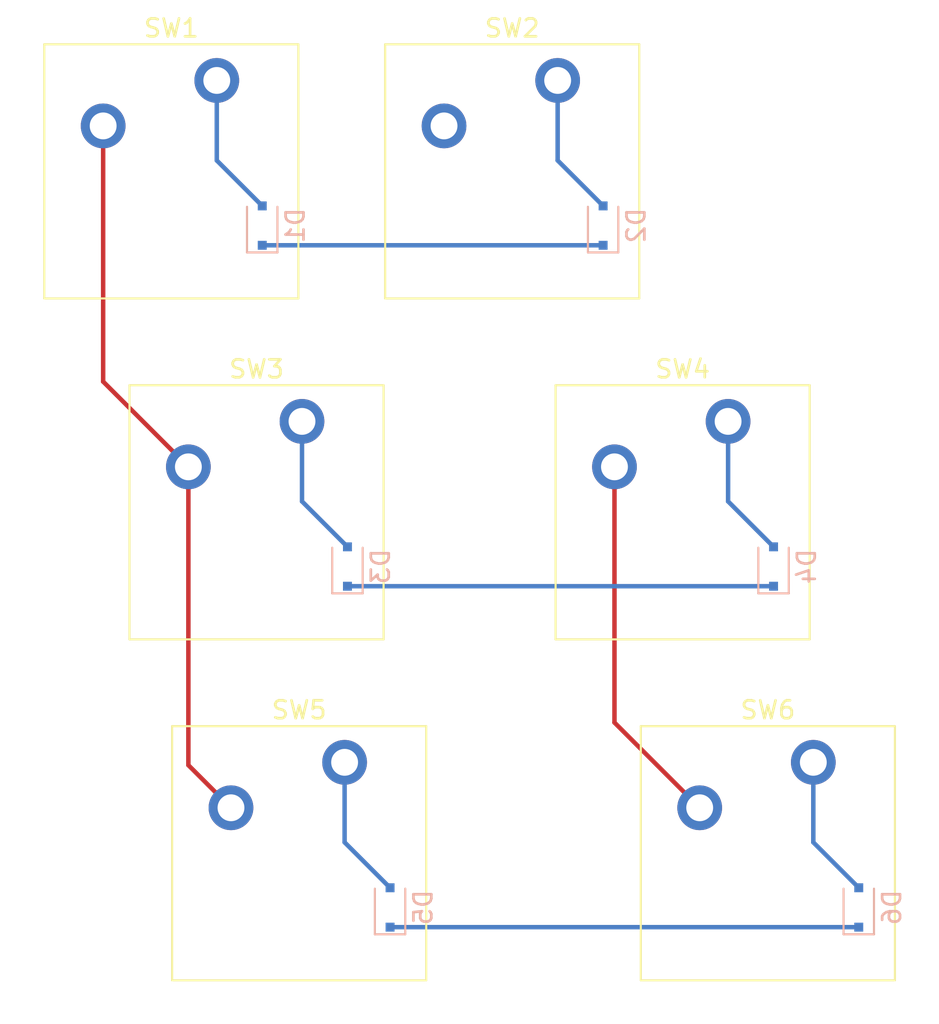
<source format=kicad_pcb>
(kicad_pcb (version 20171130) (host pcbnew 5.1.9)

  (general
    (thickness 1.6)
    (drawings 0)
    (tracks 21)
    (zones 0)
    (modules 12)
    (nets 13)
  )

  (page A4)
  (layers
    (0 F.Cu signal)
    (31 B.Cu signal)
    (32 B.Adhes user)
    (33 F.Adhes user)
    (34 B.Paste user)
    (35 F.Paste user)
    (36 B.SilkS user)
    (37 F.SilkS user)
    (38 B.Mask user)
    (39 F.Mask user)
    (40 Dwgs.User user)
    (41 Cmts.User user)
    (42 Eco1.User user)
    (43 Eco2.User user)
    (44 Edge.Cuts user)
    (45 Margin user)
    (46 B.CrtYd user)
    (47 F.CrtYd user)
    (48 B.Fab user)
    (49 F.Fab user)
  )

  (setup
    (last_trace_width 0.25)
    (trace_clearance 0.2)
    (zone_clearance 0.508)
    (zone_45_only no)
    (trace_min 0.2)
    (via_size 0.8)
    (via_drill 0.4)
    (via_min_size 0.4)
    (via_min_drill 0.3)
    (uvia_size 0.3)
    (uvia_drill 0.1)
    (uvias_allowed no)
    (uvia_min_size 0.2)
    (uvia_min_drill 0.1)
    (edge_width 0.05)
    (segment_width 0.2)
    (pcb_text_width 0.3)
    (pcb_text_size 1.5 1.5)
    (mod_edge_width 0.12)
    (mod_text_size 1 1)
    (mod_text_width 0.15)
    (pad_size 1.524 1.524)
    (pad_drill 0.762)
    (pad_to_mask_clearance 0)
    (aux_axis_origin 0 0)
    (visible_elements FFFFFF7F)
    (pcbplotparams
      (layerselection 0x010fc_ffffffff)
      (usegerberextensions false)
      (usegerberattributes true)
      (usegerberadvancedattributes true)
      (creategerberjobfile true)
      (excludeedgelayer true)
      (linewidth 0.150000)
      (plotframeref false)
      (viasonmask false)
      (mode 1)
      (useauxorigin false)
      (hpglpennumber 1)
      (hpglpenspeed 20)
      (hpglpendiameter 15.000000)
      (psnegative false)
      (psa4output false)
      (plotreference true)
      (plotvalue true)
      (plotinvisibletext false)
      (padsonsilk false)
      (subtractmaskfromsilk false)
      (outputformat 1)
      (mirror false)
      (drillshape 1)
      (scaleselection 1)
      (outputdirectory ""))
  )

  (net 0 "")
  (net 1 COL0)
  (net 2 COL1)
  (net 3 COL2)
  (net 4 N$1)
  (net 5 N$2)
  (net 6 N$3)
  (net 7 N$4)
  (net 8 N$5)
  (net 9 N$6)
  (net 10 ROW0)
  (net 11 ROW1)
  (net 12 ROW2)

  (net_class Default "This is the default net class."
    (clearance 0.2)
    (trace_width 0.25)
    (via_dia 0.8)
    (via_drill 0.4)
    (uvia_dia 0.3)
    (uvia_drill 0.1)
    (add_net COL0)
    (add_net COL1)
    (add_net COL2)
    (add_net N$1)
    (add_net N$2)
    (add_net N$3)
    (add_net N$4)
    (add_net N$5)
    (add_net N$6)
    (add_net ROW0)
    (add_net ROW1)
    (add_net ROW2)
  )

  (module SW_Cherry_MX_PCB_1.00u (layer F.Cu) (tedit 602D5B6F) (tstamp 60511886)
    (at 67.8625 72.625)
    (descr "Cherry MX keyswitch, https://www.cherrymx.de/en/dev.html")
    (tags "Cherry MX Keyboard Keyswitch Switch PCB 1.00u")
    (path /top/2979450904512274764)
    (fp_text reference SW6 (at 0 -8) (layer F.SilkS)
      (effects (font (size 1 1) (thickness 0.15)))
    )
    (fp_text value SW_Push (at 0 8) (layer F.Fab)
      (effects (font (size 1 1) (thickness 0.15)))
    )
    (fp_line (start 9.525 -9.525) (end -9.525 -9.525) (layer Dwgs.User) (width 0.1))
    (fp_line (start 9.525 9.525) (end 9.525 -9.525) (layer Dwgs.User) (width 0.1))
    (fp_line (start -9.525 9.525) (end 9.525 9.525) (layer Dwgs.User) (width 0.1))
    (fp_line (start -9.525 -9.525) (end -9.525 9.525) (layer Dwgs.User) (width 0.1))
    (fp_line (start 7.25 -7.25) (end -7.25 -7.25) (layer F.CrtYd) (width 0.05))
    (fp_line (start 7.25 7.25) (end 7.25 -7.25) (layer F.CrtYd) (width 0.05))
    (fp_line (start -7.25 7.25) (end 7.25 7.25) (layer F.CrtYd) (width 0.05))
    (fp_line (start -7.25 -7.25) (end -7.25 7.25) (layer F.CrtYd) (width 0.05))
    (fp_line (start 7.1 -7.1) (end -7.1 -7.1) (layer F.SilkS) (width 0.12))
    (fp_line (start 7.1 7.1) (end 7.1 -7.1) (layer F.SilkS) (width 0.12))
    (fp_line (start -7.1 7.1) (end 7.1 7.1) (layer F.SilkS) (width 0.12))
    (fp_line (start -7.1 -7.1) (end -7.1 7.1) (layer F.SilkS) (width 0.12))
    (fp_line (start 7 -7) (end -7 -7) (layer F.Fab) (width 0.1))
    (fp_line (start 7 7) (end 7 -7) (layer F.Fab) (width 0.1))
    (fp_line (start -7 7) (end 7 7) (layer F.Fab) (width 0.1))
    (fp_line (start -7 -7) (end -7 7) (layer F.Fab) (width 0.1))
    (fp_text user %R (at 0 0) (layer F.Fab)
      (effects (font (size 1 1) (thickness 0.15)))
    )
    (pad "" np_thru_hole circle (at 5.08 0) (size 1.75 1.75) (drill 1.75) (layers *.Cu *.Mask))
    (pad "" np_thru_hole circle (at -5.08 0) (size 1.75 1.75) (drill 1.75) (layers *.Cu *.Mask))
    (pad "" np_thru_hole circle (at 0 0) (size 4 4) (drill 4) (layers *.Cu *.Mask))
    (pad 2 thru_hole circle (at 2.54 -5.08) (size 2.5 2.5) (drill 1.5) (layers *.Cu B.Mask)
      (net 9 N$6))
    (pad 1 thru_hole circle (at -3.81 -2.54) (size 2.5 2.5) (drill 1.5) (layers *.Cu B.Mask)
      (net 3 COL2))
    (model ${KEYSWITCH_LIB_3D}/Switch_Keyboard_Cherry_MX.3dshapes/SW_Cherry_MX_PCB.wrl
      (at (xyz 0 0 0))
      (scale (xyz 1 1 1))
      (rotate (xyz 0 0 0))
    )
  )

  (module SW_Cherry_MX_PCB_1.75u (layer F.Cu) (tedit 602D5B6F) (tstamp 605117F5)
    (at 41.66875 72.625)
    (descr "Cherry MX keyswitch, https://www.cherrymx.de/en/dev.html")
    (tags "Cherry MX Keyboard Keyswitch Switch PCB 1.75u")
    (path /top/14529067913340954944)
    (fp_text reference SW5 (at 0 -8) (layer F.SilkS)
      (effects (font (size 1 1) (thickness 0.15)))
    )
    (fp_text value SW_Push (at 0 8) (layer F.Fab)
      (effects (font (size 1 1) (thickness 0.15)))
    )
    (fp_line (start 16.66875 -9.525) (end -16.66875 -9.525) (layer Dwgs.User) (width 0.1))
    (fp_line (start 16.66875 9.525) (end 16.66875 -9.525) (layer Dwgs.User) (width 0.1))
    (fp_line (start -16.66875 9.525) (end 16.66875 9.525) (layer Dwgs.User) (width 0.1))
    (fp_line (start -16.66875 -9.525) (end -16.66875 9.525) (layer Dwgs.User) (width 0.1))
    (fp_line (start 7.25 -7.25) (end -7.25 -7.25) (layer F.CrtYd) (width 0.05))
    (fp_line (start 7.25 7.25) (end 7.25 -7.25) (layer F.CrtYd) (width 0.05))
    (fp_line (start -7.25 7.25) (end 7.25 7.25) (layer F.CrtYd) (width 0.05))
    (fp_line (start -7.25 -7.25) (end -7.25 7.25) (layer F.CrtYd) (width 0.05))
    (fp_line (start 7.1 -7.1) (end -7.1 -7.1) (layer F.SilkS) (width 0.12))
    (fp_line (start 7.1 7.1) (end 7.1 -7.1) (layer F.SilkS) (width 0.12))
    (fp_line (start -7.1 7.1) (end 7.1 7.1) (layer F.SilkS) (width 0.12))
    (fp_line (start -7.1 -7.1) (end -7.1 7.1) (layer F.SilkS) (width 0.12))
    (fp_line (start 7 -7) (end -7 -7) (layer F.Fab) (width 0.1))
    (fp_line (start 7 7) (end 7 -7) (layer F.Fab) (width 0.1))
    (fp_line (start -7 7) (end 7 7) (layer F.Fab) (width 0.1))
    (fp_line (start -7 -7) (end -7 7) (layer F.Fab) (width 0.1))
    (fp_text user %R (at 0 0) (layer F.Fab)
      (effects (font (size 1 1) (thickness 0.15)))
    )
    (pad "" np_thru_hole circle (at 5.08 0) (size 1.75 1.75) (drill 1.75) (layers *.Cu *.Mask))
    (pad "" np_thru_hole circle (at -5.08 0) (size 1.75 1.75) (drill 1.75) (layers *.Cu *.Mask))
    (pad "" np_thru_hole circle (at 0 0) (size 4 4) (drill 4) (layers *.Cu *.Mask))
    (pad 2 thru_hole circle (at 2.54 -5.08) (size 2.5 2.5) (drill 1.5) (layers *.Cu B.Mask)
      (net 8 N$5))
    (pad 1 thru_hole circle (at -3.81 -2.54) (size 2.5 2.5) (drill 1.5) (layers *.Cu B.Mask)
      (net 1 COL0))
    (model ${KEYSWITCH_LIB_3D}/Switch_Keyboard_Cherry_MX.3dshapes/SW_Cherry_MX_PCB.wrl
      (at (xyz 0 0 0))
      (scale (xyz 1 1 1))
      (rotate (xyz 0 0 0))
    )
  )

  (module SW_Cherry_MX_PCB_1.00u (layer F.Cu) (tedit 602D5B6F) (tstamp 60511764)
    (at 63.1 53.575)
    (descr "Cherry MX keyswitch, https://www.cherrymx.de/en/dev.html")
    (tags "Cherry MX Keyboard Keyswitch Switch PCB 1.00u")
    (path /top/231921582329979197)
    (fp_text reference SW4 (at 0 -8) (layer F.SilkS)
      (effects (font (size 1 1) (thickness 0.15)))
    )
    (fp_text value SW_Push (at 0 8) (layer F.Fab)
      (effects (font (size 1 1) (thickness 0.15)))
    )
    (fp_line (start 9.525 -9.525) (end -9.525 -9.525) (layer Dwgs.User) (width 0.1))
    (fp_line (start 9.525 9.525) (end 9.525 -9.525) (layer Dwgs.User) (width 0.1))
    (fp_line (start -9.525 9.525) (end 9.525 9.525) (layer Dwgs.User) (width 0.1))
    (fp_line (start -9.525 -9.525) (end -9.525 9.525) (layer Dwgs.User) (width 0.1))
    (fp_line (start 7.25 -7.25) (end -7.25 -7.25) (layer F.CrtYd) (width 0.05))
    (fp_line (start 7.25 7.25) (end 7.25 -7.25) (layer F.CrtYd) (width 0.05))
    (fp_line (start -7.25 7.25) (end 7.25 7.25) (layer F.CrtYd) (width 0.05))
    (fp_line (start -7.25 -7.25) (end -7.25 7.25) (layer F.CrtYd) (width 0.05))
    (fp_line (start 7.1 -7.1) (end -7.1 -7.1) (layer F.SilkS) (width 0.12))
    (fp_line (start 7.1 7.1) (end 7.1 -7.1) (layer F.SilkS) (width 0.12))
    (fp_line (start -7.1 7.1) (end 7.1 7.1) (layer F.SilkS) (width 0.12))
    (fp_line (start -7.1 -7.1) (end -7.1 7.1) (layer F.SilkS) (width 0.12))
    (fp_line (start 7 -7) (end -7 -7) (layer F.Fab) (width 0.1))
    (fp_line (start 7 7) (end 7 -7) (layer F.Fab) (width 0.1))
    (fp_line (start -7 7) (end 7 7) (layer F.Fab) (width 0.1))
    (fp_line (start -7 -7) (end -7 7) (layer F.Fab) (width 0.1))
    (fp_text user %R (at 0 0) (layer F.Fab)
      (effects (font (size 1 1) (thickness 0.15)))
    )
    (pad "" np_thru_hole circle (at 5.08 0) (size 1.75 1.75) (drill 1.75) (layers *.Cu *.Mask))
    (pad "" np_thru_hole circle (at -5.08 0) (size 1.75 1.75) (drill 1.75) (layers *.Cu *.Mask))
    (pad "" np_thru_hole circle (at 0 0) (size 4 4) (drill 4) (layers *.Cu *.Mask))
    (pad 2 thru_hole circle (at 2.54 -5.08) (size 2.5 2.5) (drill 1.5) (layers *.Cu B.Mask)
      (net 7 N$4))
    (pad 1 thru_hole circle (at -3.81 -2.54) (size 2.5 2.5) (drill 1.5) (layers *.Cu B.Mask)
      (net 3 COL2))
    (model ${KEYSWITCH_LIB_3D}/Switch_Keyboard_Cherry_MX.3dshapes/SW_Cherry_MX_PCB.wrl
      (at (xyz 0 0 0))
      (scale (xyz 1 1 1))
      (rotate (xyz 0 0 0))
    )
  )

  (module SW_Cherry_MX_PCB_1.50u (layer F.Cu) (tedit 602D5B6F) (tstamp 605116D3)
    (at 39.2875 53.575)
    (descr "Cherry MX keyswitch, https://www.cherrymx.de/en/dev.html")
    (tags "Cherry MX Keyboard Keyswitch Switch PCB 1.50u")
    (path /top/3204838286065239707)
    (fp_text reference SW3 (at 0 -8) (layer F.SilkS)
      (effects (font (size 1 1) (thickness 0.15)))
    )
    (fp_text value SW_Push (at 0 8) (layer F.Fab)
      (effects (font (size 1 1) (thickness 0.15)))
    )
    (fp_line (start 14.2875 -9.525) (end -14.2875 -9.525) (layer Dwgs.User) (width 0.1))
    (fp_line (start 14.2875 9.525) (end 14.2875 -9.525) (layer Dwgs.User) (width 0.1))
    (fp_line (start -14.2875 9.525) (end 14.2875 9.525) (layer Dwgs.User) (width 0.1))
    (fp_line (start -14.2875 -9.525) (end -14.2875 9.525) (layer Dwgs.User) (width 0.1))
    (fp_line (start 7.25 -7.25) (end -7.25 -7.25) (layer F.CrtYd) (width 0.05))
    (fp_line (start 7.25 7.25) (end 7.25 -7.25) (layer F.CrtYd) (width 0.05))
    (fp_line (start -7.25 7.25) (end 7.25 7.25) (layer F.CrtYd) (width 0.05))
    (fp_line (start -7.25 -7.25) (end -7.25 7.25) (layer F.CrtYd) (width 0.05))
    (fp_line (start 7.1 -7.1) (end -7.1 -7.1) (layer F.SilkS) (width 0.12))
    (fp_line (start 7.1 7.1) (end 7.1 -7.1) (layer F.SilkS) (width 0.12))
    (fp_line (start -7.1 7.1) (end 7.1 7.1) (layer F.SilkS) (width 0.12))
    (fp_line (start -7.1 -7.1) (end -7.1 7.1) (layer F.SilkS) (width 0.12))
    (fp_line (start 7 -7) (end -7 -7) (layer F.Fab) (width 0.1))
    (fp_line (start 7 7) (end 7 -7) (layer F.Fab) (width 0.1))
    (fp_line (start -7 7) (end 7 7) (layer F.Fab) (width 0.1))
    (fp_line (start -7 -7) (end -7 7) (layer F.Fab) (width 0.1))
    (fp_text user %R (at 0 0) (layer F.Fab)
      (effects (font (size 1 1) (thickness 0.15)))
    )
    (pad "" np_thru_hole circle (at 5.08 0) (size 1.75 1.75) (drill 1.75) (layers *.Cu *.Mask))
    (pad "" np_thru_hole circle (at -5.08 0) (size 1.75 1.75) (drill 1.75) (layers *.Cu *.Mask))
    (pad "" np_thru_hole circle (at 0 0) (size 4 4) (drill 4) (layers *.Cu *.Mask))
    (pad 2 thru_hole circle (at 2.54 -5.08) (size 2.5 2.5) (drill 1.5) (layers *.Cu B.Mask)
      (net 6 N$3))
    (pad 1 thru_hole circle (at -3.81 -2.54) (size 2.5 2.5) (drill 1.5) (layers *.Cu B.Mask)
      (net 1 COL0))
    (model ${KEYSWITCH_LIB_3D}/Switch_Keyboard_Cherry_MX.3dshapes/SW_Cherry_MX_PCB.wrl
      (at (xyz 0 0 0))
      (scale (xyz 1 1 1))
      (rotate (xyz 0 0 0))
    )
  )

  (module SW_Cherry_MX_PCB_1.00u (layer F.Cu) (tedit 602D5B6F) (tstamp 60511642)
    (at 53.575 34.525)
    (descr "Cherry MX keyswitch, https://www.cherrymx.de/en/dev.html")
    (tags "Cherry MX Keyboard Keyswitch Switch PCB 1.00u")
    (path /top/3332787329861879103)
    (fp_text reference SW2 (at 0 -8) (layer F.SilkS)
      (effects (font (size 1 1) (thickness 0.15)))
    )
    (fp_text value SW_Push (at 0 8) (layer F.Fab)
      (effects (font (size 1 1) (thickness 0.15)))
    )
    (fp_line (start 9.525 -9.525) (end -9.525 -9.525) (layer Dwgs.User) (width 0.1))
    (fp_line (start 9.525 9.525) (end 9.525 -9.525) (layer Dwgs.User) (width 0.1))
    (fp_line (start -9.525 9.525) (end 9.525 9.525) (layer Dwgs.User) (width 0.1))
    (fp_line (start -9.525 -9.525) (end -9.525 9.525) (layer Dwgs.User) (width 0.1))
    (fp_line (start 7.25 -7.25) (end -7.25 -7.25) (layer F.CrtYd) (width 0.05))
    (fp_line (start 7.25 7.25) (end 7.25 -7.25) (layer F.CrtYd) (width 0.05))
    (fp_line (start -7.25 7.25) (end 7.25 7.25) (layer F.CrtYd) (width 0.05))
    (fp_line (start -7.25 -7.25) (end -7.25 7.25) (layer F.CrtYd) (width 0.05))
    (fp_line (start 7.1 -7.1) (end -7.1 -7.1) (layer F.SilkS) (width 0.12))
    (fp_line (start 7.1 7.1) (end 7.1 -7.1) (layer F.SilkS) (width 0.12))
    (fp_line (start -7.1 7.1) (end 7.1 7.1) (layer F.SilkS) (width 0.12))
    (fp_line (start -7.1 -7.1) (end -7.1 7.1) (layer F.SilkS) (width 0.12))
    (fp_line (start 7 -7) (end -7 -7) (layer F.Fab) (width 0.1))
    (fp_line (start 7 7) (end 7 -7) (layer F.Fab) (width 0.1))
    (fp_line (start -7 7) (end 7 7) (layer F.Fab) (width 0.1))
    (fp_line (start -7 -7) (end -7 7) (layer F.Fab) (width 0.1))
    (fp_text user %R (at 0 0) (layer F.Fab)
      (effects (font (size 1 1) (thickness 0.15)))
    )
    (pad "" np_thru_hole circle (at 5.08 0) (size 1.75 1.75) (drill 1.75) (layers *.Cu *.Mask))
    (pad "" np_thru_hole circle (at -5.08 0) (size 1.75 1.75) (drill 1.75) (layers *.Cu *.Mask))
    (pad "" np_thru_hole circle (at 0 0) (size 4 4) (drill 4) (layers *.Cu *.Mask))
    (pad 2 thru_hole circle (at 2.54 -5.08) (size 2.5 2.5) (drill 1.5) (layers *.Cu B.Mask)
      (net 5 N$2))
    (pad 1 thru_hole circle (at -3.81 -2.54) (size 2.5 2.5) (drill 1.5) (layers *.Cu B.Mask)
      (net 2 COL1))
    (model ${KEYSWITCH_LIB_3D}/Switch_Keyboard_Cherry_MX.3dshapes/SW_Cherry_MX_PCB.wrl
      (at (xyz 0 0 0))
      (scale (xyz 1 1 1))
      (rotate (xyz 0 0 0))
    )
  )

  (module SW_Cherry_MX_PCB_1.00u (layer F.Cu) (tedit 602D5B6F) (tstamp 605115B1)
    (at 34.525 34.525)
    (descr "Cherry MX keyswitch, https://www.cherrymx.de/en/dev.html")
    (tags "Cherry MX Keyboard Keyswitch Switch PCB 1.00u")
    (path /top/15397625211985464950)
    (fp_text reference SW1 (at 0 -8) (layer F.SilkS)
      (effects (font (size 1 1) (thickness 0.15)))
    )
    (fp_text value SW_Push (at 0 8) (layer F.Fab)
      (effects (font (size 1 1) (thickness 0.15)))
    )
    (fp_line (start 9.525 -9.525) (end -9.525 -9.525) (layer Dwgs.User) (width 0.1))
    (fp_line (start 9.525 9.525) (end 9.525 -9.525) (layer Dwgs.User) (width 0.1))
    (fp_line (start -9.525 9.525) (end 9.525 9.525) (layer Dwgs.User) (width 0.1))
    (fp_line (start -9.525 -9.525) (end -9.525 9.525) (layer Dwgs.User) (width 0.1))
    (fp_line (start 7.25 -7.25) (end -7.25 -7.25) (layer F.CrtYd) (width 0.05))
    (fp_line (start 7.25 7.25) (end 7.25 -7.25) (layer F.CrtYd) (width 0.05))
    (fp_line (start -7.25 7.25) (end 7.25 7.25) (layer F.CrtYd) (width 0.05))
    (fp_line (start -7.25 -7.25) (end -7.25 7.25) (layer F.CrtYd) (width 0.05))
    (fp_line (start 7.1 -7.1) (end -7.1 -7.1) (layer F.SilkS) (width 0.12))
    (fp_line (start 7.1 7.1) (end 7.1 -7.1) (layer F.SilkS) (width 0.12))
    (fp_line (start -7.1 7.1) (end 7.1 7.1) (layer F.SilkS) (width 0.12))
    (fp_line (start -7.1 -7.1) (end -7.1 7.1) (layer F.SilkS) (width 0.12))
    (fp_line (start 7 -7) (end -7 -7) (layer F.Fab) (width 0.1))
    (fp_line (start 7 7) (end 7 -7) (layer F.Fab) (width 0.1))
    (fp_line (start -7 7) (end 7 7) (layer F.Fab) (width 0.1))
    (fp_line (start -7 -7) (end -7 7) (layer F.Fab) (width 0.1))
    (fp_text user %R (at 0 0) (layer F.Fab)
      (effects (font (size 1 1) (thickness 0.15)))
    )
    (pad "" np_thru_hole circle (at 5.08 0) (size 1.75 1.75) (drill 1.75) (layers *.Cu *.Mask))
    (pad "" np_thru_hole circle (at -5.08 0) (size 1.75 1.75) (drill 1.75) (layers *.Cu *.Mask))
    (pad "" np_thru_hole circle (at 0 0) (size 4 4) (drill 4) (layers *.Cu *.Mask))
    (pad 2 thru_hole circle (at 2.54 -5.08) (size 2.5 2.5) (drill 1.5) (layers *.Cu B.Mask)
      (net 4 N$1))
    (pad 1 thru_hole circle (at -3.81 -2.54) (size 2.5 2.5) (drill 1.5) (layers *.Cu B.Mask)
      (net 1 COL0))
    (model ${KEYSWITCH_LIB_3D}/Switch_Keyboard_Cherry_MX.3dshapes/SW_Cherry_MX_PCB.wrl
      (at (xyz 0 0 0))
      (scale (xyz 1 1 1))
      (rotate (xyz 0 0 0))
    )
  )

  (module D_SOD-323F (layer B.Cu) (tedit 590A48EB) (tstamp 60511522)
    (at 72.9425 75.655 90)
    (descr "SOD-323F http://www.nxp.com/documents/outline_drawing/SOD323F.pdf")
    (tags SOD-323F)
    (path /top/17829682725022553806)
    (attr smd)
    (fp_text reference D6 (at 0 1.85 90) (layer B.SilkS)
      (effects (font (size 1 1) (thickness 0.15)) (justify mirror))
    )
    (fp_text value D (at 0.1 -1.9 90) (layer B.Fab)
      (effects (font (size 1 1) (thickness 0.15)) (justify mirror))
    )
    (fp_line (start -1.5 0.85) (end 1.05 0.85) (layer B.SilkS) (width 0.12))
    (fp_line (start -1.5 -0.85) (end 1.05 -0.85) (layer B.SilkS) (width 0.12))
    (fp_line (start -1.6 0.95) (end -1.6 -0.95) (layer B.CrtYd) (width 0.05))
    (fp_line (start -1.6 -0.95) (end 1.6 -0.95) (layer B.CrtYd) (width 0.05))
    (fp_line (start 1.6 0.95) (end 1.6 -0.95) (layer B.CrtYd) (width 0.05))
    (fp_line (start -1.6 0.95) (end 1.6 0.95) (layer B.CrtYd) (width 0.05))
    (fp_line (start -0.9 0.7) (end 0.9 0.7) (layer B.Fab) (width 0.1))
    (fp_line (start 0.9 0.7) (end 0.9 -0.7) (layer B.Fab) (width 0.1))
    (fp_line (start 0.9 -0.7) (end -0.9 -0.7) (layer B.Fab) (width 0.1))
    (fp_line (start -0.9 -0.7) (end -0.9 0.7) (layer B.Fab) (width 0.1))
    (fp_line (start -0.3 0.35) (end -0.3 -0.35) (layer B.Fab) (width 0.1))
    (fp_line (start -0.3 0) (end -0.5 0) (layer B.Fab) (width 0.1))
    (fp_line (start -0.3 0) (end 0.2 0.35) (layer B.Fab) (width 0.1))
    (fp_line (start 0.2 0.35) (end 0.2 -0.35) (layer B.Fab) (width 0.1))
    (fp_line (start 0.2 -0.35) (end -0.3 0) (layer B.Fab) (width 0.1))
    (fp_line (start 0.2 0) (end 0.45 0) (layer B.Fab) (width 0.1))
    (fp_line (start -1.5 0.85) (end -1.5 -0.85) (layer B.SilkS) (width 0.12))
    (fp_text user %R (at 0 1.85 90) (layer B.Fab)
      (effects (font (size 1 1) (thickness 0.15)) (justify mirror))
    )
    (pad 2 smd rect (at 1.1 0 90) (size 0.5 0.5) (layers B.Cu B.Paste B.Mask)
      (net 9 N$6))
    (pad 1 smd rect (at -1.1 0 90) (size 0.5 0.5) (layers B.Cu B.Paste B.Mask)
      (net 12 ROW2))
    (model ${KISYS3DMOD}/Diode_SMD.3dshapes/D_SOD-323F.wrl
      (at (xyz 0 0 0))
      (scale (xyz 1 1 1))
      (rotate (xyz 0 0 0))
    )
  )

  (module D_SOD-323F (layer B.Cu) (tedit 590A48EB) (tstamp 6051145D)
    (at 46.74875 75.655 90)
    (descr "SOD-323F http://www.nxp.com/documents/outline_drawing/SOD323F.pdf")
    (tags SOD-323F)
    (path /top/14214586472383654056)
    (attr smd)
    (fp_text reference D5 (at 0 1.85 90) (layer B.SilkS)
      (effects (font (size 1 1) (thickness 0.15)) (justify mirror))
    )
    (fp_text value D (at 0.1 -1.9 90) (layer B.Fab)
      (effects (font (size 1 1) (thickness 0.15)) (justify mirror))
    )
    (fp_line (start -1.5 0.85) (end 1.05 0.85) (layer B.SilkS) (width 0.12))
    (fp_line (start -1.5 -0.85) (end 1.05 -0.85) (layer B.SilkS) (width 0.12))
    (fp_line (start -1.6 0.95) (end -1.6 -0.95) (layer B.CrtYd) (width 0.05))
    (fp_line (start -1.6 -0.95) (end 1.6 -0.95) (layer B.CrtYd) (width 0.05))
    (fp_line (start 1.6 0.95) (end 1.6 -0.95) (layer B.CrtYd) (width 0.05))
    (fp_line (start -1.6 0.95) (end 1.6 0.95) (layer B.CrtYd) (width 0.05))
    (fp_line (start -0.9 0.7) (end 0.9 0.7) (layer B.Fab) (width 0.1))
    (fp_line (start 0.9 0.7) (end 0.9 -0.7) (layer B.Fab) (width 0.1))
    (fp_line (start 0.9 -0.7) (end -0.9 -0.7) (layer B.Fab) (width 0.1))
    (fp_line (start -0.9 -0.7) (end -0.9 0.7) (layer B.Fab) (width 0.1))
    (fp_line (start -0.3 0.35) (end -0.3 -0.35) (layer B.Fab) (width 0.1))
    (fp_line (start -0.3 0) (end -0.5 0) (layer B.Fab) (width 0.1))
    (fp_line (start -0.3 0) (end 0.2 0.35) (layer B.Fab) (width 0.1))
    (fp_line (start 0.2 0.35) (end 0.2 -0.35) (layer B.Fab) (width 0.1))
    (fp_line (start 0.2 -0.35) (end -0.3 0) (layer B.Fab) (width 0.1))
    (fp_line (start 0.2 0) (end 0.45 0) (layer B.Fab) (width 0.1))
    (fp_line (start -1.5 0.85) (end -1.5 -0.85) (layer B.SilkS) (width 0.12))
    (fp_text user %R (at 0 1.85 90) (layer B.Fab)
      (effects (font (size 1 1) (thickness 0.15)) (justify mirror))
    )
    (pad 2 smd rect (at 1.1 0 90) (size 0.5 0.5) (layers B.Cu B.Paste B.Mask)
      (net 8 N$5))
    (pad 1 smd rect (at -1.1 0 90) (size 0.5 0.5) (layers B.Cu B.Paste B.Mask)
      (net 12 ROW2))
    (model ${KISYS3DMOD}/Diode_SMD.3dshapes/D_SOD-323F.wrl
      (at (xyz 0 0 0))
      (scale (xyz 1 1 1))
      (rotate (xyz 0 0 0))
    )
  )

  (module D_SOD-323F (layer B.Cu) (tedit 590A48EB) (tstamp 60511398)
    (at 68.18 56.605 90)
    (descr "SOD-323F http://www.nxp.com/documents/outline_drawing/SOD323F.pdf")
    (tags SOD-323F)
    (path /top/654781628827231646)
    (attr smd)
    (fp_text reference D4 (at 0 1.85 90) (layer B.SilkS)
      (effects (font (size 1 1) (thickness 0.15)) (justify mirror))
    )
    (fp_text value D (at 0.1 -1.9 90) (layer B.Fab)
      (effects (font (size 1 1) (thickness 0.15)) (justify mirror))
    )
    (fp_line (start -1.5 0.85) (end 1.05 0.85) (layer B.SilkS) (width 0.12))
    (fp_line (start -1.5 -0.85) (end 1.05 -0.85) (layer B.SilkS) (width 0.12))
    (fp_line (start -1.6 0.95) (end -1.6 -0.95) (layer B.CrtYd) (width 0.05))
    (fp_line (start -1.6 -0.95) (end 1.6 -0.95) (layer B.CrtYd) (width 0.05))
    (fp_line (start 1.6 0.95) (end 1.6 -0.95) (layer B.CrtYd) (width 0.05))
    (fp_line (start -1.6 0.95) (end 1.6 0.95) (layer B.CrtYd) (width 0.05))
    (fp_line (start -0.9 0.7) (end 0.9 0.7) (layer B.Fab) (width 0.1))
    (fp_line (start 0.9 0.7) (end 0.9 -0.7) (layer B.Fab) (width 0.1))
    (fp_line (start 0.9 -0.7) (end -0.9 -0.7) (layer B.Fab) (width 0.1))
    (fp_line (start -0.9 -0.7) (end -0.9 0.7) (layer B.Fab) (width 0.1))
    (fp_line (start -0.3 0.35) (end -0.3 -0.35) (layer B.Fab) (width 0.1))
    (fp_line (start -0.3 0) (end -0.5 0) (layer B.Fab) (width 0.1))
    (fp_line (start -0.3 0) (end 0.2 0.35) (layer B.Fab) (width 0.1))
    (fp_line (start 0.2 0.35) (end 0.2 -0.35) (layer B.Fab) (width 0.1))
    (fp_line (start 0.2 -0.35) (end -0.3 0) (layer B.Fab) (width 0.1))
    (fp_line (start 0.2 0) (end 0.45 0) (layer B.Fab) (width 0.1))
    (fp_line (start -1.5 0.85) (end -1.5 -0.85) (layer B.SilkS) (width 0.12))
    (fp_text user %R (at 0 1.85 90) (layer B.Fab)
      (effects (font (size 1 1) (thickness 0.15)) (justify mirror))
    )
    (pad 2 smd rect (at 1.1 0 90) (size 0.5 0.5) (layers B.Cu B.Paste B.Mask)
      (net 7 N$4))
    (pad 1 smd rect (at -1.1 0 90) (size 0.5 0.5) (layers B.Cu B.Paste B.Mask)
      (net 11 ROW1))
    (model ${KISYS3DMOD}/Diode_SMD.3dshapes/D_SOD-323F.wrl
      (at (xyz 0 0 0))
      (scale (xyz 1 1 1))
      (rotate (xyz 0 0 0))
    )
  )

  (module D_SOD-323F (layer B.Cu) (tedit 590A48EB) (tstamp 605112D3)
    (at 44.3675 56.605 90)
    (descr "SOD-323F http://www.nxp.com/documents/outline_drawing/SOD323F.pdf")
    (tags SOD-323F)
    (path /top/13666967623738160491)
    (attr smd)
    (fp_text reference D3 (at 0 1.85 90) (layer B.SilkS)
      (effects (font (size 1 1) (thickness 0.15)) (justify mirror))
    )
    (fp_text value D (at 0.1 -1.9 90) (layer B.Fab)
      (effects (font (size 1 1) (thickness 0.15)) (justify mirror))
    )
    (fp_line (start -1.5 0.85) (end 1.05 0.85) (layer B.SilkS) (width 0.12))
    (fp_line (start -1.5 -0.85) (end 1.05 -0.85) (layer B.SilkS) (width 0.12))
    (fp_line (start -1.6 0.95) (end -1.6 -0.95) (layer B.CrtYd) (width 0.05))
    (fp_line (start -1.6 -0.95) (end 1.6 -0.95) (layer B.CrtYd) (width 0.05))
    (fp_line (start 1.6 0.95) (end 1.6 -0.95) (layer B.CrtYd) (width 0.05))
    (fp_line (start -1.6 0.95) (end 1.6 0.95) (layer B.CrtYd) (width 0.05))
    (fp_line (start -0.9 0.7) (end 0.9 0.7) (layer B.Fab) (width 0.1))
    (fp_line (start 0.9 0.7) (end 0.9 -0.7) (layer B.Fab) (width 0.1))
    (fp_line (start 0.9 -0.7) (end -0.9 -0.7) (layer B.Fab) (width 0.1))
    (fp_line (start -0.9 -0.7) (end -0.9 0.7) (layer B.Fab) (width 0.1))
    (fp_line (start -0.3 0.35) (end -0.3 -0.35) (layer B.Fab) (width 0.1))
    (fp_line (start -0.3 0) (end -0.5 0) (layer B.Fab) (width 0.1))
    (fp_line (start -0.3 0) (end 0.2 0.35) (layer B.Fab) (width 0.1))
    (fp_line (start 0.2 0.35) (end 0.2 -0.35) (layer B.Fab) (width 0.1))
    (fp_line (start 0.2 -0.35) (end -0.3 0) (layer B.Fab) (width 0.1))
    (fp_line (start 0.2 0) (end 0.45 0) (layer B.Fab) (width 0.1))
    (fp_line (start -1.5 0.85) (end -1.5 -0.85) (layer B.SilkS) (width 0.12))
    (fp_text user %R (at 0 1.85 90) (layer B.Fab)
      (effects (font (size 1 1) (thickness 0.15)) (justify mirror))
    )
    (pad 2 smd rect (at 1.1 0 90) (size 0.5 0.5) (layers B.Cu B.Paste B.Mask)
      (net 6 N$3))
    (pad 1 smd rect (at -1.1 0 90) (size 0.5 0.5) (layers B.Cu B.Paste B.Mask)
      (net 11 ROW1))
    (model ${KISYS3DMOD}/Diode_SMD.3dshapes/D_SOD-323F.wrl
      (at (xyz 0 0 0))
      (scale (xyz 1 1 1))
      (rotate (xyz 0 0 0))
    )
  )

  (module D_SOD-323F (layer B.Cu) (tedit 590A48EB) (tstamp 6051120E)
    (at 58.655 37.555 90)
    (descr "SOD-323F http://www.nxp.com/documents/outline_drawing/SOD323F.pdf")
    (tags SOD-323F)
    (path /top/9688862210612503360)
    (attr smd)
    (fp_text reference D2 (at 0 1.85 90) (layer B.SilkS)
      (effects (font (size 1 1) (thickness 0.15)) (justify mirror))
    )
    (fp_text value D (at 0.1 -1.9 90) (layer B.Fab)
      (effects (font (size 1 1) (thickness 0.15)) (justify mirror))
    )
    (fp_line (start -1.5 0.85) (end 1.05 0.85) (layer B.SilkS) (width 0.12))
    (fp_line (start -1.5 -0.85) (end 1.05 -0.85) (layer B.SilkS) (width 0.12))
    (fp_line (start -1.6 0.95) (end -1.6 -0.95) (layer B.CrtYd) (width 0.05))
    (fp_line (start -1.6 -0.95) (end 1.6 -0.95) (layer B.CrtYd) (width 0.05))
    (fp_line (start 1.6 0.95) (end 1.6 -0.95) (layer B.CrtYd) (width 0.05))
    (fp_line (start -1.6 0.95) (end 1.6 0.95) (layer B.CrtYd) (width 0.05))
    (fp_line (start -0.9 0.7) (end 0.9 0.7) (layer B.Fab) (width 0.1))
    (fp_line (start 0.9 0.7) (end 0.9 -0.7) (layer B.Fab) (width 0.1))
    (fp_line (start 0.9 -0.7) (end -0.9 -0.7) (layer B.Fab) (width 0.1))
    (fp_line (start -0.9 -0.7) (end -0.9 0.7) (layer B.Fab) (width 0.1))
    (fp_line (start -0.3 0.35) (end -0.3 -0.35) (layer B.Fab) (width 0.1))
    (fp_line (start -0.3 0) (end -0.5 0) (layer B.Fab) (width 0.1))
    (fp_line (start -0.3 0) (end 0.2 0.35) (layer B.Fab) (width 0.1))
    (fp_line (start 0.2 0.35) (end 0.2 -0.35) (layer B.Fab) (width 0.1))
    (fp_line (start 0.2 -0.35) (end -0.3 0) (layer B.Fab) (width 0.1))
    (fp_line (start 0.2 0) (end 0.45 0) (layer B.Fab) (width 0.1))
    (fp_line (start -1.5 0.85) (end -1.5 -0.85) (layer B.SilkS) (width 0.12))
    (fp_text user %R (at 0 1.85 90) (layer B.Fab)
      (effects (font (size 1 1) (thickness 0.15)) (justify mirror))
    )
    (pad 2 smd rect (at 1.1 0 90) (size 0.5 0.5) (layers B.Cu B.Paste B.Mask)
      (net 5 N$2))
    (pad 1 smd rect (at -1.1 0 90) (size 0.5 0.5) (layers B.Cu B.Paste B.Mask)
      (net 10 ROW0))
    (model ${KISYS3DMOD}/Diode_SMD.3dshapes/D_SOD-323F.wrl
      (at (xyz 0 0 0))
      (scale (xyz 1 1 1))
      (rotate (xyz 0 0 0))
    )
  )

  (module D_SOD-323F (layer B.Cu) (tedit 590A48EB) (tstamp 60511149)
    (at 39.605 37.555 90)
    (descr "SOD-323F http://www.nxp.com/documents/outline_drawing/SOD323F.pdf")
    (tags SOD-323F)
    (path /top/17767814349948752871)
    (attr smd)
    (fp_text reference D1 (at 0 1.85 90) (layer B.SilkS)
      (effects (font (size 1 1) (thickness 0.15)) (justify mirror))
    )
    (fp_text value D (at 0.1 -1.9 90) (layer B.Fab)
      (effects (font (size 1 1) (thickness 0.15)) (justify mirror))
    )
    (fp_line (start -1.5 0.85) (end 1.05 0.85) (layer B.SilkS) (width 0.12))
    (fp_line (start -1.5 -0.85) (end 1.05 -0.85) (layer B.SilkS) (width 0.12))
    (fp_line (start -1.6 0.95) (end -1.6 -0.95) (layer B.CrtYd) (width 0.05))
    (fp_line (start -1.6 -0.95) (end 1.6 -0.95) (layer B.CrtYd) (width 0.05))
    (fp_line (start 1.6 0.95) (end 1.6 -0.95) (layer B.CrtYd) (width 0.05))
    (fp_line (start -1.6 0.95) (end 1.6 0.95) (layer B.CrtYd) (width 0.05))
    (fp_line (start -0.9 0.7) (end 0.9 0.7) (layer B.Fab) (width 0.1))
    (fp_line (start 0.9 0.7) (end 0.9 -0.7) (layer B.Fab) (width 0.1))
    (fp_line (start 0.9 -0.7) (end -0.9 -0.7) (layer B.Fab) (width 0.1))
    (fp_line (start -0.9 -0.7) (end -0.9 0.7) (layer B.Fab) (width 0.1))
    (fp_line (start -0.3 0.35) (end -0.3 -0.35) (layer B.Fab) (width 0.1))
    (fp_line (start -0.3 0) (end -0.5 0) (layer B.Fab) (width 0.1))
    (fp_line (start -0.3 0) (end 0.2 0.35) (layer B.Fab) (width 0.1))
    (fp_line (start 0.2 0.35) (end 0.2 -0.35) (layer B.Fab) (width 0.1))
    (fp_line (start 0.2 -0.35) (end -0.3 0) (layer B.Fab) (width 0.1))
    (fp_line (start 0.2 0) (end 0.45 0) (layer B.Fab) (width 0.1))
    (fp_line (start -1.5 0.85) (end -1.5 -0.85) (layer B.SilkS) (width 0.12))
    (fp_text user %R (at 0 1.85 90) (layer B.Fab)
      (effects (font (size 1 1) (thickness 0.15)) (justify mirror))
    )
    (pad 2 smd rect (at 1.1 0 90) (size 0.5 0.5) (layers B.Cu B.Paste B.Mask)
      (net 4 N$1))
    (pad 1 smd rect (at -1.1 0 90) (size 0.5 0.5) (layers B.Cu B.Paste B.Mask)
      (net 10 ROW0))
    (model ${KISYS3DMOD}/Diode_SMD.3dshapes/D_SOD-323F.wrl
      (at (xyz 0 0 0))
      (scale (xyz 1 1 1))
      (rotate (xyz 0 0 0))
    )
  )

  (segment (start 30.715 31.985) (end 30.715 46.2725) (width 0.25) (layer F.Cu) (net 1))
  (segment (start 30.715 46.2725) (end 35.4775 51.035) (width 0.25) (layer F.Cu) (net 1))
  (segment (start 35.4775 51.035) (end 35.4775 67.70375) (width 0.25) (layer F.Cu) (net 1))
  (segment (start 35.4775 67.70375) (end 37.85875 70.085) (width 0.25) (layer F.Cu) (net 1))
  (segment (start 59.29 51.035) (end 59.29 65.3225) (width 0.25) (layer F.Cu) (net 3))
  (segment (start 59.29 65.3225) (end 64.0525 70.085) (width 0.25) (layer F.Cu) (net 3))
  (segment (start 39.605 36.455) (end 37.065 33.915) (width 0.25) (layer B.Cu) (net 4))
  (segment (start 37.065 33.915) (end 37.065 29.445) (width 0.25) (layer B.Cu) (net 4))
  (segment (start 58.655 36.455) (end 56.115 33.915) (width 0.25) (layer B.Cu) (net 5))
  (segment (start 56.115 33.915) (end 56.115 29.445) (width 0.25) (layer B.Cu) (net 5))
  (segment (start 44.3675 55.505) (end 41.8275 52.965) (width 0.25) (layer B.Cu) (net 6))
  (segment (start 41.8275 52.965) (end 41.8275 48.495) (width 0.25) (layer B.Cu) (net 6))
  (segment (start 68.18 55.505) (end 65.64 52.965) (width 0.25) (layer B.Cu) (net 7))
  (segment (start 65.64 52.965) (end 65.64 48.495) (width 0.25) (layer B.Cu) (net 7))
  (segment (start 46.74875 74.555) (end 44.20875 72.015) (width 0.25) (layer B.Cu) (net 8))
  (segment (start 44.20875 72.015) (end 44.20875 67.545) (width 0.25) (layer B.Cu) (net 8))
  (segment (start 72.9425 74.555) (end 70.4025 72.015) (width 0.25) (layer B.Cu) (net 9))
  (segment (start 70.4025 72.015) (end 70.4025 67.545) (width 0.25) (layer B.Cu) (net 9))
  (segment (start 39.605 38.655) (end 58.655 38.655) (width 0.25) (layer B.Cu) (net 10))
  (segment (start 44.3675 57.705) (end 68.18 57.705) (width 0.25) (layer B.Cu) (net 11))
  (segment (start 46.74875 76.755) (end 72.9425 76.755) (width 0.25) (layer B.Cu) (net 12))

)

</source>
